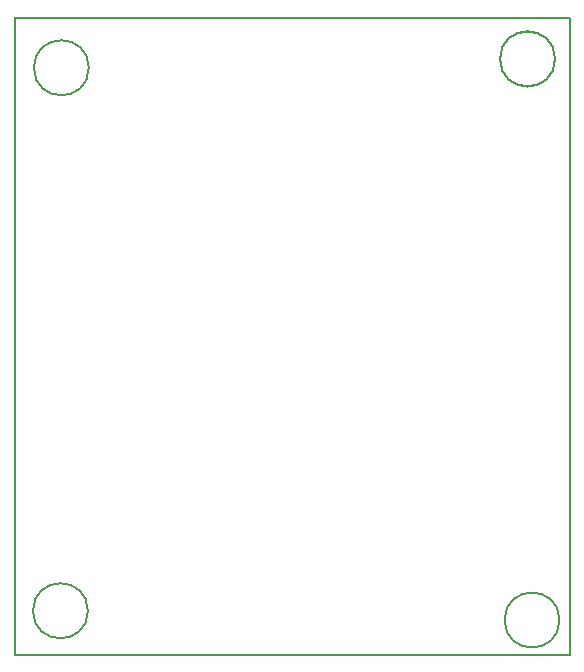
<source format=gbr>
G04 #@! TF.FileFunction,Profile,NP*
%FSLAX46Y46*%
G04 Gerber Fmt 4.6, Leading zero omitted, Abs format (unit mm)*
G04 Created by KiCad (PCBNEW 4.0.6) date 02/24/20 13:55:30*
%MOMM*%
%LPD*%
G01*
G04 APERTURE LIST*
%ADD10C,0.100000*%
%ADD11C,0.150000*%
G04 APERTURE END LIST*
D10*
D11*
X122725197Y-88447800D02*
G75*
G03X122725197Y-88447800I-2329197J0D01*
G01*
X122648997Y-134421800D02*
G75*
G03X122648997Y-134421800I-2329197J0D01*
G01*
X162577797Y-135209200D02*
G75*
G03X162577797Y-135209200I-2329197J0D01*
G01*
X162196797Y-87711200D02*
G75*
G03X162196797Y-87711200I-2329197J0D01*
G01*
X162196797Y-87711200D02*
G75*
G03X162196797Y-87711200I-2329197J0D01*
G01*
X162196797Y-87685800D02*
G75*
G03X162196797Y-87685800I-2329197J0D01*
G01*
X162196797Y-87685800D02*
G75*
G03X162196797Y-87685800I-2329197J0D01*
G01*
X116459000Y-84201000D02*
X116890800Y-84201000D01*
X116459000Y-85166200D02*
X116459000Y-84201000D01*
X118770400Y-84201000D02*
X116484400Y-84201000D01*
X116459000Y-84175600D02*
X116459000Y-84353400D01*
X116459000Y-84124800D02*
X116459000Y-84175600D01*
X116459000Y-84353400D02*
X116459000Y-84124800D01*
X116459000Y-138176000D02*
X116459000Y-85217000D01*
X163449000Y-138176000D02*
X116459000Y-138176000D01*
X163449000Y-84201000D02*
X163449000Y-138176000D01*
X118795800Y-84201000D02*
X163449000Y-84201000D01*
M02*

</source>
